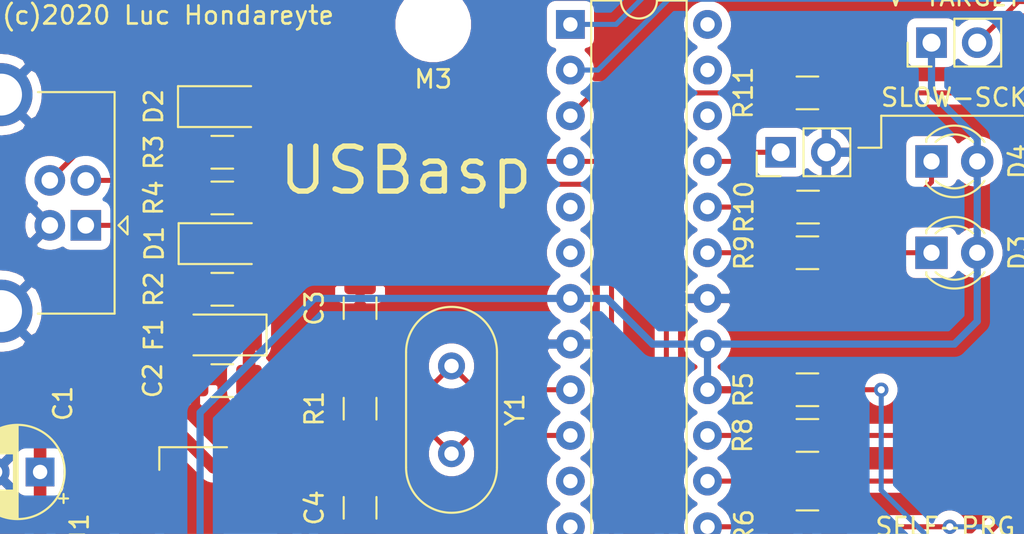
<source format=kicad_pcb>
(kicad_pcb (version 20171130) (host pcbnew "(5.1.6-0-10_14)")
  (layers (0 F.Cu signal hide) (31 B.Cu signal hide) (34 B.Paste user) (35 F.Paste user) (36 B.SilkS user) (37 F.SilkS user) (38 B.Mask user) (39 F.Mask user) (44 Edge.Cuts user hide))
  (net 0 "")
  (net 1 +5V)
  (net 2 GND)
  (net 3 /XTAL1)
  (net 4 /XTAL2)
  (net 5 +3V3)
  (net 6 "Net-(D1-Pad1)")
  (net 7 "Net-(D2-Pad1)")
  (net 8 /LED1)
  (net 9 /LED2)
  (net 10 "Net-(F1-Pad2)")
  (net 11 "Net-(J2-Pad1)")
  (net 12 "Net-(J2-Pad2)")
  (net 13 "Net-(J2-Pad4)")
  (net 14 "Net-(J2-Pad5)")
  (net 15 /PD0)
  (net 16 "Net-(J2-Pad7)")
  (net 17 /MISO)
  (net 18 /SLW-SCK)
  (net 19 /~RESET)
  (net 20 /DATA+)
  (net 21 /DATA-)
  (net 22 VCC)
  (net 23 /MOSI)
  (net 24 /SSIOC)
  (net 25 /SCK)
  (net 26 /PD1)
  (net 27 "Net-(D3-Pad1)")
  (net 28 "Net-(D4-Pad1)")
  (module Resistor_SMD:R_1206_3216Metric_Pad1.42x1.75mm_HandSolder (layer F.Cu) (at 151.892 47.244 180)
    (fp_text reference R10 (at 3.556 0 90) (layer F.SilkS))
    (fp_text value 470R)
    (fp_line (start -0.602064 -0.91) (end 0.602064 -0.91) (layer F.SilkS) (width 0.12))
    (fp_line (start -0.602064 0.91) (end 0.602064 0.91) (layer F.SilkS) (width 0.12))
    (pad 2 smd roundrect (at 1.4875 0 180) (size 1.425 1.75) (layers F.Cu F.Paste F.Mask) (roundrect_rratio 0.175439) (net 9 /LED2))
    (pad 1 smd roundrect (at -1.4875 0 180) (size 1.425 1.75) (layers F.Cu F.Paste F.Mask) (roundrect_rratio 0.175439) (net 28 "Net-(D4-Pad1)"))
  )
  (module Resistor_SMD:R_1206_3216Metric_Pad1.42x1.75mm_HandSolder (layer F.Cu) (at 125.4395 70.612)
    (fp_text reference R12 (at 3.556 0 90) (layer F.SilkS))
    (fp_text value 220k)
    (fp_line (start -0.602064 -0.91) (end 0.602064 -0.91) (layer F.SilkS) (width 0.12))
    (fp_line (start -0.602064 0.91) (end 0.602064 0.91) (layer F.SilkS) (width 0.12))
    (pad 2 smd roundrect (at 1.4875 0) (size 1.425 1.75) (layers F.Cu F.Paste F.Mask) (roundrect_rratio 0.175439) (net 2 GND))
    (pad 1 smd roundrect (at -1.4875 0) (size 1.425 1.75) (layers F.Cu F.Paste F.Mask) (roundrect_rratio 0.175439) (net 5 +3V3))
  )
  (module Connector_PinHeader_2.54mm:PinHeader_2x05_P2.54mm_Horizontal (layer F.Cu) (at 167.64 38.1)
    (fp_text reference J2 hide)
    (fp_text value UISP (at 1.524 12.446 180) (layer F.SilkS))
    (fp_line (start -1.27 -1.27) (end 0 -1.27) (layer F.SilkS) (width 0.12))
    (fp_line (start -1.27 0) (end -1.27 -1.27) (layer F.SilkS) (width 0.12))
    (fp_line (start 1.042929 10.54) (end 1.497071 10.54) (layer F.SilkS) (width 0.12))
    (fp_line (start 1.042929 9.78) (end 1.497071 9.78) (layer F.SilkS) (width 0.12))
    (fp_line (start 3.582929 10.54) (end 3.98 10.54) (layer F.SilkS) (width 0.12))
    (fp_line (start 3.582929 9.78) (end 3.98 9.78) (layer F.SilkS) (width 0.12))
    (fp_line (start 1.042929 8) (end 1.497071 8) (layer F.SilkS) (width 0.12))
    (fp_line (start 1.042929 7.24) (end 1.497071 7.24) (layer F.SilkS) (width 0.12))
    (fp_line (start 3.582929 8) (end 3.98 8) (layer F.SilkS) (width 0.12))
    (fp_line (start 3.582929 7.24) (end 3.98 7.24) (layer F.SilkS) (width 0.12))
    (fp_line (start 1.042929 5.46) (end 1.497071 5.46) (layer F.SilkS) (width 0.12))
    (fp_line (start 1.042929 4.7) (end 1.497071 4.7) (layer F.SilkS) (width 0.12))
    (fp_line (start 3.582929 5.46) (end 3.98 5.46) (layer F.SilkS) (width 0.12))
    (fp_line (start 3.582929 4.7) (end 3.98 4.7) (layer F.SilkS) (width 0.12))
    (fp_line (start 1.042929 2.92) (end 1.497071 2.92) (layer F.SilkS) (width 0.12))
    (fp_line (start 1.042929 2.16) (end 1.497071 2.16) (layer F.SilkS) (width 0.12))
    (fp_line (start 3.582929 2.92) (end 3.98 2.92) (layer F.SilkS) (width 0.12))
    (fp_line (start 3.582929 2.16) (end 3.98 2.16) (layer F.SilkS) (width 0.12))
    (fp_line (start 1.11 0.38) (end 1.497071 0.38) (layer F.SilkS) (width 0.12))
    (fp_line (start 1.11 -0.38) (end 1.497071 -0.38) (layer F.SilkS) (width 0.12))
    (fp_line (start 3.582929 0.38) (end 3.98 0.38) (layer F.SilkS) (width 0.12))
    (fp_line (start 3.582929 -0.38) (end 3.98 -0.38) (layer F.SilkS) (width 0.12))
    (pad 1 thru_hole rect (at 0 0) (size 1.7 1.7) (drill 1) (layers *.Cu *.Mask) (net 11 "Net-(J2-Pad1)"))
    (pad 2 thru_hole oval (at 2.54 0) (size 1.7 1.7) (drill 1) (layers *.Cu *.Mask) (net 12 "Net-(J2-Pad2)"))
    (pad 3 thru_hole oval (at 0 2.54) (size 1.7 1.7) (drill 1) (layers *.Cu *.Mask))
    (pad 4 thru_hole oval (at 2.54 2.54) (size 1.7 1.7) (drill 1) (layers *.Cu *.Mask) (net 13 "Net-(J2-Pad4)"))
    (pad 5 thru_hole oval (at 0 5.08) (size 1.7 1.7) (drill 1) (layers *.Cu *.Mask) (net 14 "Net-(J2-Pad5)"))
    (pad 6 thru_hole oval (at 2.54 5.08) (size 1.7 1.7) (drill 1) (layers *.Cu *.Mask) (net 15 /PD0))
    (pad 7 thru_hole oval (at 0 7.62) (size 1.7 1.7) (drill 1) (layers *.Cu *.Mask) (net 16 "Net-(J2-Pad7)"))
    (pad 8 thru_hole oval (at 2.54 7.62) (size 1.7 1.7) (drill 1) (layers *.Cu *.Mask) (net 2 GND))
    (pad 9 thru_hole oval (at 0 10.16) (size 1.7 1.7) (drill 1) (layers *.Cu *.Mask) (net 17 /MISO))
    (pad 10 thru_hole oval (at 2.54 10.16) (size 1.7 1.7) (drill 1) (layers *.Cu *.Mask) (net 2 GND))
  )
  (module Connector_USB:USB_B_OST_USB-B1HSxx_Horizontal (layer F.Cu) (at 111.76 48.26 180)
    (fp_text reference J1 hide)
    (fp_text value USB_B)
    (fp_line (start -2.32 0.5) (end -1.82 0) (layer F.SilkS) (width 0.12))
    (fp_line (start -2.32 -0.5) (end -2.32 0.5) (layer F.SilkS) (width 0.12))
    (fp_line (start -1.82 0) (end -2.32 -0.5) (layer F.SilkS) (width 0.12))
    (fp_line (start -1.6 7.41) (end 2.66 7.41) (layer F.SilkS) (width 0.12))
    (fp_line (start -1.6 -4.91) (end -1.6 7.41) (layer F.SilkS) (width 0.12))
    (fp_line (start 2.66 -4.91) (end -1.6 -4.91) (layer F.SilkS) (width 0.12))
    (pad 1 thru_hole rect (at 0 0 180) (size 1.7 1.7) (drill 0.92) (layers *.Cu *.Mask) (net 10 "Net-(F1-Pad2)"))
    (pad 2 thru_hole circle (at 0 2.5 180) (size 1.7 1.7) (drill 0.92) (layers *.Cu *.Mask) (net 6 "Net-(D1-Pad1)"))
    (pad 3 thru_hole circle (at 2 2.5 180) (size 1.7 1.7) (drill 0.92) (layers *.Cu *.Mask) (net 7 "Net-(D2-Pad1)"))
    (pad 4 thru_hole circle (at 2 0 180) (size 1.7 1.7) (drill 0.92) (layers *.Cu *.Mask) (net 2 GND))
    (pad 5 thru_hole circle (at 4.71 -4.77 180) (size 3.5 3.5) (drill 2.33) (layers *.Cu *.Mask) (net 2 GND))
    (pad 5 thru_hole circle (at 4.71 7.27 180) (size 3.5 3.5) (drill 2.33) (layers *.Cu *.Mask) (net 2 GND))
  )
  (module MountingHole:MountingHole_3.2mm_M3_Pad (layer F.Cu) (at 170.18 69.596)
    (fp_text reference H3 hide)
    (fp_text value M3 (at 0 -4.572) (layer F.SilkS))
    (pad 1 thru_hole circle (at 0 0) (size 6.4 6.4) (drill 3.2) (layers *.Cu *.Mask) (net 2 GND))
  )
  (module MountingHole:MountingHole_3.2mm_M3 (layer F.Cu) (at 131.064 37.084)
    (fp_text reference H2 hide)
    (fp_text value M3 (at 0 3.048) (layer F.SilkS))
    (pad "" np_thru_hole circle (at 0 0) (size 3.2 3.2) (drill 3.2) (layers *.Cu *.Mask))
  )
  (module MountingHole:MountingHole_3.2mm_M3 (layer F.Cu) (at 105.664 69.596)
    (fp_text reference H1 hide)
    (fp_text value M3 (at 3.302 0) (layer F.SilkS))
    (pad 1 np_thru_hole circle (at 0 0) (size 3.2 3.2) (drill 3.2) (layers *.Cu *.Mask))
  )
  (module Package_DIP:DIP-28_W7.62mm (layer F.Cu) (at 138.684 37.084)
    (fp_text reference U2 (at -2.54 33.02 90) (layer F.SilkS))
    (fp_text value ATmega88-20PU)
    (fp_line (start 6.46 -1.33) (end 4.81 -1.33) (layer F.SilkS) (width 0.12))
    (fp_line (start 6.46 34.35) (end 6.46 -1.33) (layer F.SilkS) (width 0.12))
    (fp_line (start 1.16 34.35) (end 6.46 34.35) (layer F.SilkS) (width 0.12))
    (fp_line (start 1.16 -1.33) (end 1.16 34.35) (layer F.SilkS) (width 0.12))
    (fp_line (start 2.81 -1.33) (end 1.16 -1.33) (layer F.SilkS) (width 0.12))
    (fp_arc (start 3.81 -1.33) (end 2.81 -1.33) (angle -180) (layer F.SilkS) (width 0.12))
    (pad 1 thru_hole rect (at 0 0) (size 1.6 1.6) (drill 0.8) (layers *.Cu *.Mask) (net 19 /~RESET))
    (pad 15 thru_hole oval (at 7.62 33.02) (size 1.6 1.6) (drill 0.8) (layers *.Cu *.Mask) (net 20 /DATA+))
    (pad 2 thru_hole oval (at 0 2.54) (size 1.6 1.6) (drill 0.8) (layers *.Cu *.Mask) (net 15 /PD0))
    (pad 16 thru_hole oval (at 7.62 30.48) (size 1.6 1.6) (drill 0.8) (layers *.Cu *.Mask) (net 24 /SSIOC))
    (pad 3 thru_hole oval (at 0 5.08) (size 1.6 1.6) (drill 0.8) (layers *.Cu *.Mask) (net 26 /PD1))
    (pad 17 thru_hole oval (at 7.62 27.94) (size 1.6 1.6) (drill 0.8) (layers *.Cu *.Mask) (net 23 /MOSI))
    (pad 4 thru_hole oval (at 0 7.62) (size 1.6 1.6) (drill 0.8) (layers *.Cu *.Mask) (net 20 /DATA+))
    (pad 18 thru_hole oval (at 7.62 25.4) (size 1.6 1.6) (drill 0.8) (layers *.Cu *.Mask) (net 17 /MISO))
    (pad 5 thru_hole oval (at 0 10.16) (size 1.6 1.6) (drill 0.8) (layers *.Cu *.Mask))
    (pad 19 thru_hole oval (at 7.62 22.86) (size 1.6 1.6) (drill 0.8) (layers *.Cu *.Mask) (net 25 /SCK))
    (pad 6 thru_hole oval (at 0 12.7) (size 1.6 1.6) (drill 0.8) (layers *.Cu *.Mask))
    (pad 20 thru_hole oval (at 7.62 20.32) (size 1.6 1.6) (drill 0.8) (layers *.Cu *.Mask) (net 22 VCC))
    (pad 7 thru_hole oval (at 0 15.24) (size 1.6 1.6) (drill 0.8) (layers *.Cu *.Mask) (net 22 VCC))
    (pad 21 thru_hole oval (at 7.62 17.78) (size 1.6 1.6) (drill 0.8) (layers *.Cu *.Mask) (net 22 VCC))
    (pad 8 thru_hole oval (at 0 17.78) (size 1.6 1.6) (drill 0.8) (layers *.Cu *.Mask) (net 2 GND))
    (pad 22 thru_hole oval (at 7.62 15.24) (size 1.6 1.6) (drill 0.8) (layers *.Cu *.Mask) (net 2 GND))
    (pad 9 thru_hole oval (at 0 20.32) (size 1.6 1.6) (drill 0.8) (layers *.Cu *.Mask) (net 3 /XTAL1))
    (pad 23 thru_hole oval (at 7.62 12.7) (size 1.6 1.6) (drill 0.8) (layers *.Cu *.Mask) (net 8 /LED1))
    (pad 10 thru_hole oval (at 0 22.86) (size 1.6 1.6) (drill 0.8) (layers *.Cu *.Mask) (net 4 /XTAL2))
    (pad 24 thru_hole oval (at 7.62 10.16) (size 1.6 1.6) (drill 0.8) (layers *.Cu *.Mask) (net 9 /LED2))
    (pad 11 thru_hole oval (at 0 25.4) (size 1.6 1.6) (drill 0.8) (layers *.Cu *.Mask))
    (pad 25 thru_hole oval (at 7.62 7.62) (size 1.6 1.6) (drill 0.8) (layers *.Cu *.Mask) (net 18 /SLW-SCK))
    (pad 12 thru_hole oval (at 0 27.94) (size 1.6 1.6) (drill 0.8) (layers *.Cu *.Mask))
    (pad 26 thru_hole oval (at 7.62 5.08) (size 1.6 1.6) (drill 0.8) (layers *.Cu *.Mask))
    (pad 13 thru_hole oval (at 0 30.48) (size 1.6 1.6) (drill 0.8) (layers *.Cu *.Mask))
    (pad 27 thru_hole oval (at 7.62 2.54) (size 1.6 1.6) (drill 0.8) (layers *.Cu *.Mask))
    (pad 14 thru_hole oval (at 0 33.02) (size 1.6 1.6) (drill 0.8) (layers *.Cu *.Mask) (net 21 /DATA-))
    (pad 28 thru_hole oval (at 7.62 0) (size 1.6 1.6) (drill 0.8) (layers *.Cu *.Mask))
  )
  (module Package_TO_SOT_SMD:SOT-223-3_TabPin2 (layer F.Cu) (at 117.754 64.008 180)
    (fp_text reference U1 (at 6.35 -1.27 90) (layer F.SilkS))
    (fp_text value AMS1117-3.3)
    (fp_line (start -4.1 -3.41) (end 1.91 -3.41) (layer F.SilkS) (width 0.12))
    (fp_line (start -1.85 3.41) (end 1.91 3.41) (layer F.SilkS) (width 0.12))
    (fp_line (start 1.91 -3.41) (end 1.91 -2.15) (layer F.SilkS) (width 0.12))
    (fp_line (start 1.91 3.41) (end 1.91 2.15) (layer F.SilkS) (width 0.12))
    (pad 2 smd rect (at 3.15 0 180) (size 2 3.8) (layers F.Cu F.Paste F.Mask) (net 5 +3V3))
    (pad 2 smd rect (at -3.15 0 180) (size 2 1.5) (layers F.Cu F.Paste F.Mask) (net 5 +3V3))
    (pad 3 smd rect (at -3.15 2.3 180) (size 2 1.5) (layers F.Cu F.Paste F.Mask) (net 1 +5V))
    (pad 1 smd rect (at -3.15 -2.3 180) (size 2 1.5) (layers F.Cu F.Paste F.Mask) (net 2 GND))
  )
  (module LED_THT:LED_D3.0mm_FlatTop (layer F.Cu) (at 158.75 44.704)
    (fp_text reference D4 (at 4.826 0 90) (layer F.SilkS))
    (fp_text value GREEN)
    (fp_line (start -0.29 -1.236) (end -0.29 -1.08) (layer F.SilkS) (width 0.12))
    (fp_line (start -0.29 1.08) (end -0.29 1.236) (layer F.SilkS) (width 0.12))
    (fp_arc (start 1.27 0) (end 0.229039 1.08) (angle -87.9) (layer F.SilkS) (width 0.12))
    (fp_arc (start 1.27 0) (end 0.229039 -1.08) (angle 87.9) (layer F.SilkS) (width 0.12))
    (fp_arc (start 1.27 0) (end -0.29 1.235516) (angle -108.8) (layer F.SilkS) (width 0.12))
    (fp_arc (start 1.27 0) (end -0.29 -1.235516) (angle 108.8) (layer F.SilkS) (width 0.12))
    (pad 2 thru_hole circle (at 2.54 0) (size 1.8 1.8) (drill 0.9) (layers *.Cu *.Mask) (net 22 VCC))
    (pad 1 thru_hole rect (at 0 0) (size 1.8 1.8) (drill 0.9) (layers *.Cu *.Mask) (net 28 "Net-(D4-Pad1)"))
  )
  (module Connector_PinHeader_2.54mm:PinHeader_1x02_P2.54mm_Vertical (layer F.Cu) (at 158.75 38.1 90)
    (fp_text reference SW2 hide)
    (fp_text value V-TARGET (at 2.54 1.27 180) (layer F.SilkS))
    (fp_line (start -1.33 3.87) (end 1.33 3.87) (layer F.SilkS) (width 0.12))
    (fp_line (start -1.33 1.27) (end -1.33 3.87) (layer F.SilkS) (width 0.12))
    (fp_line (start 1.33 1.27) (end 1.33 3.87) (layer F.SilkS) (width 0.12))
    (fp_line (start -1.33 1.27) (end 1.33 1.27) (layer F.SilkS) (width 0.12))
    (fp_line (start -1.33 0) (end -1.33 -1.33) (layer F.SilkS) (width 0.12))
    (fp_line (start -1.33 -1.33) (end 0 -1.33) (layer F.SilkS) (width 0.12))
    (pad 2 thru_hole oval (at 0 2.54 90) (size 1.7 1.7) (drill 1) (layers *.Cu *.Mask) (net 12 "Net-(J2-Pad2)"))
    (pad 1 thru_hole rect (at 0 0 90) (size 1.7 1.7) (drill 1) (layers *.Cu *.Mask) (net 22 VCC))
  )
  (module Connector_PinHeader_2.54mm:PinHeader_1x03_P2.54mm_Vertical (layer F.Cu) (at 120.65 70.104 270)
    (fp_text reference SW1 hide)
    (fp_text value 5V-3V3 (at 2.032 2.54 180) (layer F.SilkS))
    (fp_line (start -1.33 6.41) (end 1.33 6.41) (layer F.SilkS) (width 0.12))
    (fp_line (start -1.33 1.27) (end -1.33 6.41) (layer F.SilkS) (width 0.12))
    (fp_line (start 1.33 1.27) (end 1.33 6.41) (layer F.SilkS) (width 0.12))
    (fp_line (start -1.33 1.27) (end 1.33 1.27) (layer F.SilkS) (width 0.12))
    (fp_line (start -1.33 0) (end -1.33 -1.33) (layer F.SilkS) (width 0.12))
    (fp_line (start -1.33 -1.33) (end 0 -1.33) (layer F.SilkS) (width 0.12))
    (pad 3 thru_hole oval (at 0 5.08 270) (size 1.7 1.7) (drill 1) (layers *.Cu *.Mask) (net 5 +3V3))
    (pad 2 thru_hole oval (at 0 2.54 270) (size 1.7 1.7) (drill 1) (layers *.Cu *.Mask) (net 22 VCC))
    (pad 1 thru_hole rect (at 0 0 270) (size 1.7 1.7) (drill 1) (layers *.Cu *.Mask) (net 1 +5V))
  )
  (module Connector_PinHeader_2.54mm:PinHeader_1x02_P2.54mm_Vertical (layer F.Cu) (at 160.528 67.564 270)
    (fp_text reference J4 hide)
    (fp_text value SELF-PRG (at -2.54 1.016 180) (layer F.SilkS))
    (fp_line (start -1.33 3.87) (end 1.33 3.87) (layer F.SilkS) (width 0.12))
    (fp_line (start -1.33 1.27) (end -1.33 3.87) (layer F.SilkS) (width 0.12))
    (fp_line (start 1.33 1.27) (end 1.33 3.87) (layer F.SilkS) (width 0.12))
    (fp_line (start -1.33 1.27) (end 1.33 1.27) (layer F.SilkS) (width 0.12))
    (fp_line (start -1.33 0) (end -1.33 -1.33) (layer F.SilkS) (width 0.12))
    (fp_line (start -1.33 -1.33) (end 0 -1.33) (layer F.SilkS) (width 0.12))
    (pad 2 thru_hole oval (at 0 2.54 270) (size 1.7 1.7) (drill 1) (layers *.Cu *.Mask) (net 14 "Net-(J2-Pad5)"))
    (pad 1 thru_hole rect (at 0 0 270) (size 1.7 1.7) (drill 1) (layers *.Cu *.Mask) (net 19 /~RESET))
  )
  (module Connector_PinHeader_2.54mm:PinHeader_1x02_P2.54mm_Vertical (layer F.Cu) (at 150.368 44.196 90)
    (fp_text reference J3 hide)
    (fp_text value SLOW-SCK (at 3.048 9.652 180) (layer F.SilkS))
    (fp_line (start -1.33 3.87) (end 1.33 3.87) (layer F.SilkS) (width 0.12))
    (fp_line (start -1.33 1.27) (end -1.33 3.87) (layer F.SilkS) (width 0.12))
    (fp_line (start 1.33 1.27) (end 1.33 3.87) (layer F.SilkS) (width 0.12))
    (fp_line (start -1.33 1.27) (end 1.33 1.27) (layer F.SilkS) (width 0.12))
    (fp_line (start -1.33 0) (end -1.33 -1.33) (layer F.SilkS) (width 0.12))
    (fp_line (start -1.33 -1.33) (end 0 -1.33) (layer F.SilkS) (width 0.12))
    (pad 2 thru_hole oval (at 0 2.54 90) (size 1.7 1.7) (drill 1) (layers *.Cu *.Mask) (net 2 GND))
    (pad 1 thru_hole rect (at 0 0 90) (size 1.7 1.7) (drill 1) (layers *.Cu *.Mask) (net 18 /SLW-SCK))
  )
  (module Diode_SMD:D_1206_3216Metric_Pad1.42x1.75mm_HandSolder (layer F.Cu) (at 119.3435 54.356 180)
    (fp_text reference F1 (at 3.81 0 90) (layer F.SilkS))
    (fp_text value 500mA)
    (fp_line (start 1.6 -1.135) (end -2.46 -1.135) (layer F.SilkS) (width 0.12))
    (fp_line (start -2.46 -1.135) (end -2.46 1.135) (layer F.SilkS) (width 0.12))
    (fp_line (start -2.46 1.135) (end 1.6 1.135) (layer F.SilkS) (width 0.12))
    (pad 2 smd roundrect (at 1.4875 0 180) (size 1.425 1.75) (layers F.Cu F.Paste F.Mask) (roundrect_rratio 0.175439) (net 10 "Net-(F1-Pad2)"))
    (pad 1 smd roundrect (at -1.4875 0 180) (size 1.425 1.75) (layers F.Cu F.Paste F.Mask) (roundrect_rratio 0.175439) (net 1 +5V))
  )
  (module Capacitor_THT:CP_Radial_D5.0mm_P2.50mm (layer F.Cu) (at 109.22 61.976 180)
    (fp_text reference C1 (at -1.27 3.81 90) (layer F.SilkS))
    (fp_text value 47u)
    (fp_line (start -1.304775 -1.725) (end -1.304775 -1.225) (layer F.SilkS) (width 0.12))
    (fp_line (start -1.554775 -1.475) (end -1.054775 -1.475) (layer F.SilkS) (width 0.12))
    (fp_line (start 3.851 -0.284) (end 3.851 0.284) (layer F.SilkS) (width 0.12))
    (fp_line (start 3.811 -0.518) (end 3.811 0.518) (layer F.SilkS) (width 0.12))
    (fp_line (start 3.771 -0.677) (end 3.771 0.677) (layer F.SilkS) (width 0.12))
    (fp_line (start 3.731 -0.805) (end 3.731 0.805) (layer F.SilkS) (width 0.12))
    (fp_line (start 3.691 -0.915) (end 3.691 0.915) (layer F.SilkS) (width 0.12))
    (fp_line (start 3.651 -1.011) (end 3.651 1.011) (layer F.SilkS) (width 0.12))
    (fp_line (start 3.611 -1.098) (end 3.611 1.098) (layer F.SilkS) (width 0.12))
    (fp_line (start 3.571 -1.178) (end 3.571 1.178) (layer F.SilkS) (width 0.12))
    (fp_line (start 3.531 1.04) (end 3.531 1.251) (layer F.SilkS) (width 0.12))
    (fp_line (start 3.531 -1.251) (end 3.531 -1.04) (layer F.SilkS) (width 0.12))
    (fp_line (start 3.491 1.04) (end 3.491 1.319) (layer F.SilkS) (width 0.12))
    (fp_line (start 3.491 -1.319) (end 3.491 -1.04) (layer F.SilkS) (width 0.12))
    (fp_line (start 3.451 1.04) (end 3.451 1.383) (layer F.SilkS) (width 0.12))
    (fp_line (start 3.451 -1.383) (end 3.451 -1.04) (layer F.SilkS) (width 0.12))
    (fp_line (start 3.411 1.04) (end 3.411 1.443) (layer F.SilkS) (width 0.12))
    (fp_line (start 3.411 -1.443) (end 3.411 -1.04) (layer F.SilkS) (width 0.12))
    (fp_line (start 3.371 1.04) (end 3.371 1.5) (layer F.SilkS) (width 0.12))
    (fp_line (start 3.371 -1.5) (end 3.371 -1.04) (layer F.SilkS) (width 0.12))
    (fp_line (start 3.331 1.04) (end 3.331 1.554) (layer F.SilkS) (width 0.12))
    (fp_line (start 3.331 -1.554) (end 3.331 -1.04) (layer F.SilkS) (width 0.12))
    (fp_line (start 3.291 1.04) (end 3.291 1.605) (layer F.SilkS) (width 0.12))
    (fp_line (start 3.291 -1.605) (end 3.291 -1.04) (layer F.SilkS) (width 0.12))
    (fp_line (start 3.251 1.04) (end 3.251 1.653) (layer F.SilkS) (width 0.12))
    (fp_line (start 3.251 -1.653) (end 3.251 -1.04) (layer F.SilkS) (width 0.12))
    (fp_line (start 3.211 1.04) (end 3.211 1.699) (layer F.SilkS) (width 0.12))
    (fp_line (start 3.211 -1.699) (end 3.211 -1.04) (layer F.SilkS) (width 0.12))
    (fp_line (start 3.171 1.04) (end 3.171 1.743) (layer F.SilkS) (width 0.12))
    (fp_line (start 3.171 -1.743) (end 3.171 -1.04) (layer F.SilkS) (width 0.12))
    (fp_line (start 3.131 1.04) (end 3.131 1.785) (layer F.SilkS) (width 0.12))
    (fp_line (start 3.131 -1.785) (end 3.131 -1.04) (layer F.SilkS) (width 0.12))
    (fp_line (start 3.091 1.04) (end 3.091 1.826) (layer F.SilkS) (width 0.12))
    (fp_line (start 3.091 -1.826) (end 3.091 -1.04) (layer F.SilkS) (width 0.12))
    (fp_line (start 3.051 1.04) (end 3.051 1.864) (layer F.SilkS) (width 0.12))
    (fp_line (start 3.051 -1.864) (end 3.051 -1.04) (layer F.SilkS) (width 0.12))
    (fp_line (start 3.011 1.04) (end 3.011 1.901) (layer F.SilkS) (width 0.12))
    (fp_line (start 3.011 -1.901) (end 3.011 -1.04) (layer F.SilkS) (width 0.12))
    (fp_line (start 2.971 1.04) (end 2.971 1.937) (layer F.SilkS) (width 0.12))
    (fp_line (start 2.971 -1.937) (end 2.971 -1.04) (layer F.SilkS) (width 0.12))
    (fp_line (start 2.931 1.04) (end 2.931 1.971) (layer F.SilkS) (width 0.12))
    (fp_line (start 2.931 -1.971) (end 2.931 -1.04) (layer F.SilkS) (width 0.12))
    (fp_line (start 2.891 1.04) (end 2.891 2.004) (layer F.SilkS) (width 0.12))
    (fp_line (start 2.891 -2.004) (end 2.891 -1.04) (layer F.SilkS) (width 0.12))
    (fp_line (start 2.851 1.04) (end 2.851 2.035) (layer F.SilkS) (width 0.12))
    (fp_line (start 2.851 -2.035) (end 2.851 -1.04) (layer F.SilkS) (width 0.12))
    (fp_line (start 2.811 1.04) (end 2.811 2.065) (layer F.SilkS) (width 0.12))
    (fp_line (start 2.811 -2.065) (end 2.811 -1.04) (layer F.SilkS) (width 0.12))
    (fp_line (start 2.771 1.04) (end 2.771 2.095) (layer F.SilkS) (width 0.12))
    (fp_line (start 2.771 -2.095) (end 2.771 -1.04) (layer F.SilkS) (width 0.12))
    (fp_line (start 2.731 1.04) (end 2.731 2.122) (layer F.SilkS) (width 0.12))
    (fp_line (start 2.731 -2.122) (end 2.731 -1.04) (layer F.SilkS) (width 0.12))
    (fp_line (start 2.691 1.04) (end 2.691 2.149) (layer F.SilkS) (width 0.12))
    (fp_line (start 2.691 -2.149) (end 2.691 -1.04) (layer F.SilkS) (width 0.12))
    (fp_line (start 2.651 1.04) (end 2.651 2.175) (layer F.SilkS) (width 0.12))
    (fp_line (start 2.651 -2.175) (end 2.651 -1.04) (layer F.SilkS) (width 0.12))
    (fp_line (start 2.611 1.04) (end 2.611 2.2) (layer F.SilkS) (width 0.12))
    (fp_line (start 2.611 -2.2) (end 2.611 -1.04) (layer F.SilkS) (width 0.12))
    (fp_line (start 2.571 1.04) (end 2.571 2.224) (layer F.SilkS) (width 0.12))
    (fp_line (start 2.571 -2.224) (end 2.571 -1.04) (layer F.SilkS) (width 0.12))
    (fp_line (start 2.531 1.04) (end 2.531 2.247) (layer F.SilkS) (width 0.12))
    (fp_line (start 2.531 -2.247) (end 2.531 -1.04) (layer F.SilkS) (width 0.12))
    (fp_line (start 2.491 1.04) (end 2.491 2.268) (layer F.SilkS) (width 0.12))
    (fp_line (start 2.491 -2.268) (end 2.491 -1.04) (layer F.SilkS) (width 0.12))
    (fp_line (start 2.451 1.04) (end 2.451 2.29) (layer F.SilkS) (width 0.12))
    (fp_line (start 2.451 -2.29) (end 2.451 -1.04) (layer F.SilkS) (width 0.12))
    (fp_line (start 2.411 1.04) (end 2.411 2.31) (layer F.SilkS) (width 0.12))
    (fp_line (start 2.411 -2.31) (end 2.411 -1.04) (layer F.SilkS) (width 0.12))
    (fp_line (start 2.371 1.04) (end 2.371 2.329) (layer F.SilkS) (width 0.12))
    (fp_line (start 2.371 -2.329) (end 2.371 -1.04) (layer F.SilkS) (width 0.12))
    (fp_line (start 2.331 1.04) (end 2.331 2.348) (layer F.SilkS) (width 0.12))
    (fp_line (start 2.331 -2.348) (end 2.331 -1.04) (layer F.SilkS) (width 0.12))
    (fp_line (start 2.291 1.04) (end 2.291 2.365) (layer F.SilkS) (width 0.12))
    (fp_line (start 2.291 -2.365) (end 2.291 -1.04) (layer F.SilkS) (width 0.12))
    (fp_line (start 2.251 1.04) (end 2.251 2.382) (layer F.SilkS) (width 0.12))
    (fp_line (start 2.251 -2.382) (end 2.251 -1.04) (layer F.SilkS) (width 0.12))
    (fp_line (start 2.211 1.04) (end 2.211 2.398) (layer F.SilkS) (width 0.12))
    (fp_line (start 2.211 -2.398) (end 2.211 -1.04) (layer F.SilkS) (width 0.12))
    (fp_line (start 2.171 1.04) (end 2.171 2.414) (layer F.SilkS) (width 0.12))
    (fp_line (start 2.171 -2.414) (end 2.171 -1.04) (layer F.SilkS) (width 0.12))
    (fp_line (start 2.131 1.04) (end 2.131 2.428) (layer F.SilkS) (width 0.12))
    (fp_line (start 2.131 -2.428) (end 2.131 -1.04) (layer F.SilkS) (width 0.12))
    (fp_line (start 2.091 1.04) (end 2.091 2.442) (layer F.SilkS) (width 0.12))
    (fp_line (start 2.091 -2.442) (end 2.091 -1.04) (layer F.SilkS) (width 0.12))
    (fp_line (start 2.051 1.04) (end 2.051 2.455) (layer F.SilkS) (width 0.12))
    (fp_line (start 2.051 -2.455) (end 2.051 -1.04) (layer F.SilkS) (width 0.12))
    (fp_line (start 2.011 1.04) (end 2.011 2.468) (layer F.SilkS) (width 0.12))
    (fp_line (start 2.011 -2.468) (end 2.011 -1.04) (layer F.SilkS) (width 0.12))
    (fp_line (start 1.971 1.04) (end 1.971 2.48) (layer F.SilkS) (width 0.12))
    (fp_line (start 1.971 -2.48) (end 1.971 -1.04) (layer F.SilkS) (width 0.12))
    (fp_line (start 1.93 1.04) (end 1.93 2.491) (layer F.SilkS) (width 0.12))
    (fp_line (start 1.93 -2.491) (end 1.93 -1.04) (layer F.SilkS) (width 0.12))
    (fp_line (start 1.89 1.04) (end 1.89 2.501) (layer F.SilkS) (width 0.12))
    (fp_line (start 1.89 -2.501) (end 1.89 -1.04) (layer F.SilkS) (width 0.12))
    (fp_line (start 1.85 1.04) (end 1.85 2.511) (layer F.SilkS) (width 0.12))
    (fp_line (start 1.85 -2.511) (end 1.85 -1.04) (layer F.SilkS) (width 0.12))
    (fp_line (start 1.81 1.04) (end 1.81 2.52) (layer F.SilkS) (width 0.12))
    (fp_line (start 1.81 -2.52) (end 1.81 -1.04) (layer F.SilkS) (width 0.12))
    (fp_line (start 1.77 1.04) (end 1.77 2.528) (layer F.SilkS) (width 0.12))
    (fp_line (start 1.77 -2.528) (end 1.77 -1.04) (layer F.SilkS) (width 0.12))
    (fp_line (start 1.73 1.04) (end 1.73 2.536) (layer F.SilkS) (width 0.12))
    (fp_line (start 1.73 -2.536) (end 1.73 -1.04) (layer F.SilkS) (width 0.12))
    (fp_line (start 1.69 1.04) (end 1.69 2.543) (layer F.SilkS) (width 0.12))
    (fp_line (start 1.69 -2.543) (end 1.69 -1.04) (layer F.SilkS) (width 0.12))
    (fp_line (start 1.65 1.04) (end 1.65 2.55) (layer F.SilkS) (width 0.12))
    (fp_line (start 1.65 -2.55) (end 1.65 -1.04) (layer F.SilkS) (width 0.12))
    (fp_line (start 1.61 1.04) (end 1.61 2.556) (layer F.SilkS) (width 0.12))
    (fp_line (start 1.61 -2.556) (end 1.61 -1.04) (layer F.SilkS) (width 0.12))
    (fp_line (start 1.57 1.04) (end 1.57 2.561) (layer F.SilkS) (width 0.12))
    (fp_line (start 1.57 -2.561) (end 1.57 -1.04) (layer F.SilkS) (width 0.12))
    (fp_line (start 1.53 1.04) (end 1.53 2.565) (layer F.SilkS) (width 0.12))
    (fp_line (start 1.53 -2.565) (end 1.53 -1.04) (layer F.SilkS) (width 0.12))
    (fp_line (start 1.49 1.04) (end 1.49 2.569) (layer F.SilkS) (width 0.12))
    (fp_line (start 1.49 -2.569) (end 1.49 -1.04) (layer F.SilkS) (width 0.12))
    (fp_line (start 1.45 -2.573) (end 1.45 2.573) (layer F.SilkS) (width 0.12))
    (fp_line (start 1.41 -2.576) (end 1.41 2.576) (layer F.SilkS) (width 0.12))
    (fp_line (start 1.37 -2.578) (end 1.37 2.578) (layer F.SilkS) (width 0.12))
    (fp_line (start 1.33 -2.579) (end 1.33 2.579) (layer F.SilkS) (width 0.12))
    (fp_line (start 1.29 -2.58) (end 1.29 2.58) (layer F.SilkS) (width 0.12))
    (fp_line (start 1.25 -2.58) (end 1.25 2.58) (layer F.SilkS) (width 0.12))
    (fp_circle (center 1.25 0) (end 3.87 0) (layer F.SilkS) (width 0.12))
    (pad 1 thru_hole rect (at 0 0 180) (size 1.6 1.6) (drill 0.8) (layers *.Cu *.Mask) (net 1 +5V))
    (pad 2 thru_hole circle (at 2.5 0 180) (size 1.6 1.6) (drill 0.8) (layers *.Cu *.Mask) (net 2 GND))
  )
  (module Capacitor_SMD:C_1206_3216Metric_Pad1.42x1.75mm_HandSolder (layer F.Cu) (at 119.3435 56.896)
    (fp_text reference C2 (at -3.865001 0 270) (layer F.SilkS))
    (fp_text value 100n)
    (fp_line (start -0.602064 0.91) (end 0.602064 0.91) (layer F.SilkS) (width 0.12))
    (fp_line (start -0.602064 -0.91) (end 0.602064 -0.91) (layer F.SilkS) (width 0.12))
    (pad 1 smd roundrect (at -1.4875 0) (size 1.425 1.75) (layers F.Cu F.Paste F.Mask) (roundrect_rratio 0.175439) (net 2 GND))
    (pad 2 smd roundrect (at 1.4875 0) (size 1.425 1.75) (layers F.Cu F.Paste F.Mask) (roundrect_rratio 0.175439) (net 1 +5V))
  )
  (module Capacitor_SMD:C_1206_3216Metric_Pad1.42x1.75mm_HandSolder (layer F.Cu) (at 127 52.8685 270)
    (fp_text reference C3 (at 0 2.54 90) (layer F.SilkS))
    (fp_text value 22p)
    (fp_line (start -0.602064 0.91) (end 0.602064 0.91) (layer F.SilkS) (width 0.12))
    (fp_line (start -0.602064 -0.91) (end 0.602064 -0.91) (layer F.SilkS) (width 0.12))
    (pad 1 smd roundrect (at -1.4875 0 270) (size 1.425 1.75) (layers F.Cu F.Paste F.Mask) (roundrect_rratio 0.175439) (net 2 GND))
    (pad 2 smd roundrect (at 1.4875 0 270) (size 1.425 1.75) (layers F.Cu F.Paste F.Mask) (roundrect_rratio 0.175439) (net 3 /XTAL1))
  )
  (module Capacitor_SMD:C_1206_3216Metric_Pad1.42x1.75mm_HandSolder (layer F.Cu) (at 127 63.9715 90)
    (fp_text reference C4 (at 0 -2.54 90) (layer F.SilkS))
    (fp_text value 22p)
    (fp_line (start -0.602064 -0.91) (end 0.602064 -0.91) (layer F.SilkS) (width 0.12))
    (fp_line (start -0.602064 0.91) (end 0.602064 0.91) (layer F.SilkS) (width 0.12))
    (pad 2 smd roundrect (at 1.4875 0 90) (size 1.425 1.75) (layers F.Cu F.Paste F.Mask) (roundrect_rratio 0.175439) (net 4 /XTAL2))
    (pad 1 smd roundrect (at -1.4875 0 90) (size 1.425 1.75) (layers F.Cu F.Paste F.Mask) (roundrect_rratio 0.175439) (net 2 GND))
  )
  (module Capacitor_SMD:C_1206_3216Metric_Pad1.42x1.75mm_HandSolder (layer F.Cu) (at 125.4395 68.072 180)
    (fp_text reference C5 (at -3.556 0 90) (layer F.SilkS))
    (fp_text value 100n)
    (fp_line (start -0.602064 -0.91) (end 0.602064 -0.91) (layer F.SilkS) (width 0.12))
    (fp_line (start -0.602064 0.91) (end 0.602064 0.91) (layer F.SilkS) (width 0.12))
    (pad 2 smd roundrect (at 1.4875 0 180) (size 1.425 1.75) (layers F.Cu F.Paste F.Mask) (roundrect_rratio 0.175439) (net 5 +3V3))
    (pad 1 smd roundrect (at -1.4875 0 180) (size 1.425 1.75) (layers F.Cu F.Paste F.Mask) (roundrect_rratio 0.175439) (net 2 GND))
  )
  (module Diode_SMD:D_1206_3216Metric_Pad1.42x1.75mm_HandSolder (layer F.Cu) (at 119.38 49.276)
    (fp_text reference D1 (at -3.81 0 90) (layer F.SilkS))
    (fp_text value 3v6)
    (fp_line (start -2.46 1.135) (end 1.6 1.135) (layer F.SilkS) (width 0.12))
    (fp_line (start -2.46 -1.135) (end -2.46 1.135) (layer F.SilkS) (width 0.12))
    (fp_line (start 1.6 -1.135) (end -2.46 -1.135) (layer F.SilkS) (width 0.12))
    (pad 1 smd roundrect (at -1.4875 0) (size 1.425 1.75) (layers F.Cu F.Paste F.Mask) (roundrect_rratio 0.175439) (net 6 "Net-(D1-Pad1)"))
    (pad 2 smd roundrect (at 1.4875 0) (size 1.425 1.75) (layers F.Cu F.Paste F.Mask) (roundrect_rratio 0.175439) (net 2 GND))
  )
  (module Diode_SMD:D_1206_3216Metric_Pad1.42x1.75mm_HandSolder (layer F.Cu) (at 119.3435 41.656)
    (fp_text reference D2 (at -3.81 0 90) (layer F.SilkS))
    (fp_text value 3v6)
    (fp_line (start 1.6 -1.135) (end -2.46 -1.135) (layer F.SilkS) (width 0.12))
    (fp_line (start -2.46 -1.135) (end -2.46 1.135) (layer F.SilkS) (width 0.12))
    (fp_line (start -2.46 1.135) (end 1.6 1.135) (layer F.SilkS) (width 0.12))
    (pad 2 smd roundrect (at 1.4875 0) (size 1.425 1.75) (layers F.Cu F.Paste F.Mask) (roundrect_rratio 0.175439) (net 2 GND))
    (pad 1 smd roundrect (at -1.4875 0) (size 1.425 1.75) (layers F.Cu F.Paste F.Mask) (roundrect_rratio 0.175439) (net 7 "Net-(D2-Pad1)"))
  )
  (module LED_THT:LED_D3.0mm_FlatTop (layer F.Cu) (at 158.75 49.784)
    (fp_text reference D3 (at 4.826 0 90) (layer F.SilkS))
    (fp_text value RED)
    (fp_line (start -0.29 1.08) (end -0.29 1.236) (layer F.SilkS) (width 0.12))
    (fp_line (start -0.29 -1.236) (end -0.29 -1.08) (layer F.SilkS) (width 0.12))
    (fp_arc (start 1.27 0) (end -0.29 -1.235516) (angle 108.8) (layer F.SilkS) (width 0.12))
    (fp_arc (start 1.27 0) (end -0.29 1.235516) (angle -108.8) (layer F.SilkS) (width 0.12))
    (fp_arc (start 1.27 0) (end 0.229039 -1.08) (angle 87.9) (layer F.SilkS) (width 0.12))
    (fp_arc (start 1.27 0) (end 0.229039 1.08) (angle -87.9) (layer F.SilkS) (width 0.12))
    (pad 1 thru_hole rect (at 0 0) (size 1.8 1.8) (drill 0.9) (layers *.Cu *.Mask) (net 27 "Net-(D3-Pad1)"))
    (pad 2 thru_hole circle (at 2.54 0) (size 1.8 1.8) (drill 0.9) (layers *.Cu *.Mask) (net 22 VCC))
  )
  (module Resistor_SMD:R_1206_3216Metric_Pad1.42x1.75mm_HandSolder (layer F.Cu) (at 127 58.4565 270)
    (fp_text reference R1 (at 0 2.54 90) (layer F.SilkS))
    (fp_text value 1M)
    (fp_line (start -0.602064 0.91) (end 0.602064 0.91) (layer F.SilkS) (width 0.12))
    (fp_line (start -0.602064 -0.91) (end 0.602064 -0.91) (layer F.SilkS) (width 0.12))
    (pad 1 smd roundrect (at -1.4875 0 270) (size 1.425 1.75) (layers F.Cu F.Paste F.Mask) (roundrect_rratio 0.175439) (net 3 /XTAL1))
    (pad 2 smd roundrect (at 1.4875 0 270) (size 1.425 1.75) (layers F.Cu F.Paste F.Mask) (roundrect_rratio 0.175439) (net 4 /XTAL2))
  )
  (module Resistor_SMD:R_1206_3216Metric_Pad1.42x1.75mm_HandSolder (layer F.Cu) (at 119.3435 51.816 180)
    (fp_text reference R2 (at 3.81 0 90) (layer F.SilkS))
    (fp_text value 2k2)
    (fp_line (start -0.602064 -0.91) (end 0.602064 -0.91) (layer F.SilkS) (width 0.12))
    (fp_line (start -0.602064 0.91) (end 0.602064 0.91) (layer F.SilkS) (width 0.12))
    (pad 2 smd roundrect (at 1.4875 0 180) (size 1.425 1.75) (layers F.Cu F.Paste F.Mask) (roundrect_rratio 0.175439) (net 6 "Net-(D1-Pad1)"))
    (pad 1 smd roundrect (at -1.4875 0 180) (size 1.425 1.75) (layers F.Cu F.Paste F.Mask) (roundrect_rratio 0.175439) (net 1 +5V))
  )
  (module Resistor_SMD:R_1206_3216Metric_Pad1.42x1.75mm_HandSolder (layer F.Cu) (at 119.3435 44.196)
    (fp_text reference R3 (at -3.81 0 90) (layer F.SilkS))
    (fp_text value 68R)
    (fp_line (start -0.602064 -0.91) (end 0.602064 -0.91) (layer F.SilkS) (width 0.12))
    (fp_line (start -0.602064 0.91) (end 0.602064 0.91) (layer F.SilkS) (width 0.12))
    (pad 2 smd roundrect (at 1.4875 0) (size 1.425 1.75) (layers F.Cu F.Paste F.Mask) (roundrect_rratio 0.175439) (net 20 /DATA+))
    (pad 1 smd roundrect (at -1.4875 0) (size 1.425 1.75) (layers F.Cu F.Paste F.Mask) (roundrect_rratio 0.175439) (net 7 "Net-(D2-Pad1)"))
  )
  (module Resistor_SMD:R_1206_3216Metric_Pad1.42x1.75mm_HandSolder (layer F.Cu) (at 119.3435 46.736)
    (fp_text reference R4 (at -3.81 0 90) (layer F.SilkS))
    (fp_text value 68R)
    (fp_line (start -0.602064 0.91) (end 0.602064 0.91) (layer F.SilkS) (width 0.12))
    (fp_line (start -0.602064 -0.91) (end 0.602064 -0.91) (layer F.SilkS) (width 0.12))
    (pad 1 smd roundrect (at -1.4875 0) (size 1.425 1.75) (layers F.Cu F.Paste F.Mask) (roundrect_rratio 0.175439) (net 6 "Net-(D1-Pad1)"))
    (pad 2 smd roundrect (at 1.4875 0) (size 1.425 1.75) (layers F.Cu F.Paste F.Mask) (roundrect_rratio 0.175439) (net 21 /DATA-))
  )
  (module Resistor_SMD:R_1206_3216Metric_Pad1.42x1.75mm_HandSolder (layer F.Cu) (at 151.8555 57.404)
    (fp_text reference R5 (at -3.556 0 90) (layer F.SilkS))
    (fp_text value 10k)
    (fp_line (start -0.602064 0.91) (end 0.602064 0.91) (layer F.SilkS) (width 0.12))
    (fp_line (start -0.602064 -0.91) (end 0.602064 -0.91) (layer F.SilkS) (width 0.12))
    (pad 1 smd roundrect (at -1.4875 0) (size 1.425 1.75) (layers F.Cu F.Paste F.Mask) (roundrect_rratio 0.175439) (net 22 VCC))
    (pad 2 smd roundrect (at 1.4875 0) (size 1.425 1.75) (layers F.Cu F.Paste F.Mask) (roundrect_rratio 0.175439) (net 19 /~RESET))
  )
  (module Resistor_SMD:R_1206_3216Metric_Pad1.42x1.75mm_HandSolder (layer F.Cu) (at 151.8555 65.024 180)
    (fp_text reference R6 (at 3.5195 0 90) (layer F.SilkS))
    (fp_text value 270R)
    (fp_line (start -0.602064 0.91) (end 0.602064 0.91) (layer F.SilkS) (width 0.12))
    (fp_line (start -0.602064 -0.91) (end 0.602064 -0.91) (layer F.SilkS) (width 0.12))
    (pad 1 smd roundrect (at -1.4875 0 180) (size 1.425 1.75) (layers F.Cu F.Paste F.Mask) (roundrect_rratio 0.175439) (net 11 "Net-(J2-Pad1)"))
    (pad 2 smd roundrect (at 1.4875 0 180) (size 1.425 1.75) (layers F.Cu F.Paste F.Mask) (roundrect_rratio 0.175439) (net 23 /MOSI))
  )
  (module Resistor_SMD:R_1206_3216Metric_Pad1.42x1.75mm_HandSolder (layer F.Cu) (at 151.8555 67.564 180)
    (fp_text reference R7 (at 3.5195 0 90) (layer F.SilkS))
    (fp_text value 270R)
    (fp_line (start -0.602064 -0.91) (end 0.602064 -0.91) (layer F.SilkS) (width 0.12))
    (fp_line (start -0.602064 0.91) (end 0.602064 0.91) (layer F.SilkS) (width 0.12))
    (pad 2 smd roundrect (at 1.4875 0 180) (size 1.425 1.75) (layers F.Cu F.Paste F.Mask) (roundrect_rratio 0.175439) (net 24 /SSIOC))
    (pad 1 smd roundrect (at -1.4875 0 180) (size 1.425 1.75) (layers F.Cu F.Paste F.Mask) (roundrect_rratio 0.175439) (net 14 "Net-(J2-Pad5)"))
  )
  (module Resistor_SMD:R_1206_3216Metric_Pad1.42x1.75mm_HandSolder (layer F.Cu) (at 151.8555 59.944 180)
    (fp_text reference R8 (at 3.5925 0 90) (layer F.SilkS))
    (fp_text value 270R)
    (fp_line (start -0.602064 -0.91) (end 0.602064 -0.91) (layer F.SilkS) (width 0.12))
    (fp_line (start -0.602064 0.91) (end 0.602064 0.91) (layer F.SilkS) (width 0.12))
    (pad 2 smd roundrect (at 1.4875 0 180) (size 1.425 1.75) (layers F.Cu F.Paste F.Mask) (roundrect_rratio 0.175439) (net 25 /SCK))
    (pad 1 smd roundrect (at -1.4875 0 180) (size 1.425 1.75) (layers F.Cu F.Paste F.Mask) (roundrect_rratio 0.175439) (net 16 "Net-(J2-Pad7)"))
  )
  (module Resistor_SMD:R_1206_3216Metric_Pad1.42x1.75mm_HandSolder (layer F.Cu) (at 151.8555 49.784 180)
    (fp_text reference R9 (at 3.5195 0 90) (layer F.SilkS))
    (fp_text value 470R)
    (fp_line (start -0.602064 -0.91) (end 0.602064 -0.91) (layer F.SilkS) (width 0.12))
    (fp_line (start -0.602064 0.91) (end 0.602064 0.91) (layer F.SilkS) (width 0.12))
    (pad 2 smd roundrect (at 1.4875 0 180) (size 1.425 1.75) (layers F.Cu F.Paste F.Mask) (roundrect_rratio 0.175439) (net 8 /LED1))
    (pad 1 smd roundrect (at -1.4875 0 180) (size 1.425 1.75) (layers F.Cu F.Paste F.Mask) (roundrect_rratio 0.175439) (net 27 "Net-(D3-Pad1)"))
  )
  (module Resistor_SMD:R_1206_3216Metric_Pad1.42x1.75mm_HandSolder (layer F.Cu) (at 151.8555 40.894 180)
    (fp_text reference R11 (at 3.556 0 90) (layer F.SilkS))
    (fp_text value 270R)
    (fp_line (start -0.602064 0.91) (end 0.602064 0.91) (layer F.SilkS) (width 0.12))
    (fp_line (start -0.602064 -0.91) (end 0.602064 -0.91) (layer F.SilkS) (width 0.12))
    (pad 1 smd roundrect (at -1.4875 0 180) (size 1.425 1.75) (layers F.Cu F.Paste F.Mask) (roundrect_rratio 0.175439) (net 13 "Net-(J2-Pad4)"))
    (pad 2 smd roundrect (at 1.4875 0 180) (size 1.425 1.75) (layers F.Cu F.Paste F.Mask) (roundrect_rratio 0.175439) (net 26 /PD1))
  )
  (module Crystal:Crystal_HC49-4H_Vertical (layer F.Cu) (at 132.08 56.08 270)
    (fp_text reference Y1 (at 2.44 -3.525 90) (layer F.SilkS))
    (fp_text value 12MHz)
    (fp_line (start -0.76 2.525) (end 5.64 2.525) (layer F.SilkS) (width 0.12))
    (fp_line (start -0.76 -2.525) (end 5.64 -2.525) (layer F.SilkS) (width 0.12))
    (fp_arc (start -0.76 0) (end -0.76 -2.525) (angle -180) (layer F.SilkS) (width 0.12))
    (fp_arc (start 5.64 0) (end 5.64 -2.525) (angle 180) (layer F.SilkS) (width 0.12))
    (pad 1 thru_hole circle (at 0 0 270) (size 1.5 1.5) (drill 0.8) (layers *.Cu *.Mask) (net 3 /XTAL1))
    (pad 2 thru_hole circle (at 4.88 0 270) (size 1.5 1.5) (drill 0.8) (layers *.Cu *.Mask) (net 4 /XTAL2))
  )
  (gr_line (start 155.956 42.164) (end 163.83 42.164) (layer F.SilkS) (width 0.12))
  (gr_line (start 155.956 43.942) (end 155.956 42.164) (layer F.SilkS) (width 0.12))
  (gr_line (start 154.686 43.942) (end 155.956 43.942) (layer F.SilkS) (width 0.12))
  (gr_text USBasp (at 129.54 45.212) (layer F.SilkS) (effects (font (size 2.5 2.5) (thickness 0.3))))
  (gr_text "(c)2020 Luc Hondareyte" (at 116.332 36.576) (layer F.SilkS) (effects (font (size 1 1))))
  (gr_line (start 173.99 33.02) (end 173.99 73.66) (layer Edge.Cuts) (width 0.05))
  (gr_line (start 173.99 33.02) (end 101.6 33.02) (layer Edge.Cuts) (width 0.05))
  (gr_line (start 101.6 73.66) (end 173.99 73.66) (layer Edge.Cuts) (width 0.05))
  (gr_line (start 101.6 33.02) (end 101.6 73.66) (layer Edge.Cuts) (width 0.05))
  (segment (start 120.831 61.635) (end 120.904 61.708) (width 0.7) (layer F.Cu) (net 1))
  (segment (start 109.22 61.976) (end 109.22 67.31) (width 0.7) (layer F.Cu) (net 1))
  (segment (start 109.22 67.31) (end 114.3 72.39) (width 0.7) (layer F.Cu) (net 1))
  (segment (start 120.65 71.654) (end 120.65 70.104) (width 0.7) (layer F.Cu) (net 1))
  (segment (start 119.914 72.39) (end 120.65 71.654) (width 0.7) (layer F.Cu) (net 1))
  (segment (start 114.3 72.39) (end 119.914 72.39) (width 0.7) (layer F.Cu) (net 1))
  (segment (start 120.904 61.708) (end 118.858 61.708) (width 0.7) (layer F.Cu) (net 1))
  (segment (start 118.858 61.708) (end 116.84 59.69) (width 0.7) (layer F.Cu) (net 1))
  (segment (start 109.22 60.476) (end 109.22 61.976) (width 0.7) (layer F.Cu) (net 1))
  (segment (start 110.006 59.69) (end 109.22 60.476) (width 0.7) (layer F.Cu) (net 1))
  (segment (start 116.84 59.69) (end 110.006 59.69) (width 0.7) (layer F.Cu) (net 1))
  (segment (start 120.904 56.969) (end 120.831 56.896) (width 0.7) (layer F.Cu) (net 1))
  (segment (start 120.904 61.708) (end 120.904 56.969) (width 0.7) (layer F.Cu) (net 1))
  (segment (start 120.831 54.356) (end 120.831 56.896) (width 0.7) (layer F.Cu) (net 1))
  (segment (start 120.831 51.816) (end 120.831 54.356) (width 0.7) (layer F.Cu) (net 1))
  (segment (start 146.304 52.324) (end 150.4045 52.324) (width 0.28) (layer F.Cu) (net 2))
  (segment (start 151.892 45.72) (end 151.892 46.228) (width 0.28) (layer F.Cu) (net 2))
  (segment (start 133.404 57.404) (end 132.08 56.08) (width 0.28) (layer F.Cu) (net 3))
  (segment (start 138.684 57.404) (end 133.404 57.404) (width 0.28) (layer F.Cu) (net 3))
  (segment (start 131.191 56.969) (end 132.08 56.08) (width 0.28) (layer F.Cu) (net 3))
  (segment (start 127 56.969) (end 131.191 56.969) (width 0.28) (layer F.Cu) (net 3))
  (segment (start 127 54.356) (end 127 56.969) (width 0.28) (layer F.Cu) (net 3))
  (segment (start 133.096 59.944) (end 132.08 60.96) (width 0.28) (layer F.Cu) (net 4))
  (segment (start 138.684 59.944) (end 133.096 59.944) (width 0.28) (layer F.Cu) (net 4))
  (segment (start 131.064 59.944) (end 132.08 60.96) (width 0.28) (layer F.Cu) (net 4))
  (segment (start 127 59.944) (end 131.064 59.944) (width 0.28) (layer F.Cu) (net 4))
  (segment (start 127 59.944) (end 127 62.484) (width 0.28) (layer F.Cu) (net 4))
  (segment (start 114.604 64.008) (end 120.904 64.008) (width 0.4) (layer F.Cu) (net 5))
  (segment (start 120.904 64.008) (end 122.936 64.008) (width 0.4) (layer F.Cu) (net 5))
  (segment (start 123.952 65.024) (end 123.952 68.072) (width 0.4) (layer F.Cu) (net 5))
  (segment (start 122.936 64.008) (end 123.952 65.024) (width 0.4) (layer F.Cu) (net 5))
  (segment (start 123.952 68.072) (end 123.952 70.612) (width 0.4) (layer F.Cu) (net 5))
  (segment (start 117.8925 51.7795) (end 117.856 51.816) (width 0.28) (layer F.Cu) (net 6))
  (segment (start 117.8925 49.276) (end 117.8925 51.7795) (width 0.28) (layer F.Cu) (net 6))
  (segment (start 111.76 45.76) (end 114.34 45.76) (width 0.28) (layer F.Cu) (net 6))
  (segment (start 115.316 46.736) (end 117.856 46.736) (width 0.28) (layer F.Cu) (net 6))
  (segment (start 114.34 45.76) (end 115.316 46.736) (width 0.28) (layer F.Cu) (net 6))
  (segment (start 117.856 49.2395) (end 117.8925 49.276) (width 0.28) (layer F.Cu) (net 6))
  (segment (start 117.856 46.736) (end 117.856 49.2395) (width 0.28) (layer F.Cu) (net 6))
  (segment (start 117.856 43.039) (end 117.856 44.704) (width 0.28) (layer F.Cu) (net 7))
  (segment (start 117.856 42.164) (end 117.856 43.039) (width 0.28) (layer F.Cu) (net 7))
  (segment (start 109.76 45.76) (end 111.832 43.688) (width 0.28) (layer F.Cu) (net 7))
  (segment (start 111.832 43.688) (end 113.284 43.688) (width 0.28) (layer F.Cu) (net 7))
  (segment (start 113.792 44.196) (end 117.856 44.196) (width 0.28) (layer F.Cu) (net 7))
  (segment (start 113.284 43.688) (end 113.792 44.196) (width 0.28) (layer F.Cu) (net 7))
  (segment (start 146.304 49.784) (end 150.368 49.784) (width 0.28) (layer F.Cu) (net 8))
  (segment (start 146.304 47.244) (end 150.368 47.244) (width 0.28) (layer F.Cu) (net 9))
  (segment (start 111.76 48.26) (end 114.3 48.26) (width 0.28) (layer F.Cu) (net 10))
  (segment (start 114.3 48.26) (end 115.316 49.276) (width 0.28) (layer F.Cu) (net 10))
  (segment (start 115.316 53.848) (end 115.824 54.356) (width 0.28) (layer F.Cu) (net 10))
  (segment (start 115.316 49.276) (end 115.316 53.848) (width 0.28) (layer F.Cu) (net 10))
  (segment (start 115.824 54.356) (end 117.856 54.356) (width 0.28) (layer F.Cu) (net 10))
  (via (at 159.766 65.024) (size 0.8) (drill 0.4) (layers F.Cu B.Cu) (net 11))
  (segment (start 153.343 65.024) (end 159.766 65.024) (width 0.28) (layer F.Cu) (net 11))
  (segment (start 167.64 37) (end 167.64 38.1) (width 0.28) (layer B.Cu) (net 11))
  (segment (start 168.826 35.814) (end 167.64 37) (width 0.28) (layer B.Cu) (net 11))
  (segment (start 170.942 35.814) (end 168.826 35.814) (width 0.28) (layer B.Cu) (net 11))
  (segment (start 172.72 58.674) (end 172.72 37.592) (width 0.28) (layer B.Cu) (net 11))
  (segment (start 172.72 37.592) (end 170.942 35.814) (width 0.28) (layer B.Cu) (net 11))
  (segment (start 159.766 65.024) (end 161.544 65.024) (width 0.28) (layer B.Cu) (net 11))
  (segment (start 164.846 66.548) (end 166.497 64.897) (width 0.28) (layer B.Cu) (net 11))
  (segment (start 161.544 65.024) (end 163.068 66.548) (width 0.28) (layer B.Cu) (net 11))
  (segment (start 163.068 66.548) (end 164.846 66.548) (width 0.28) (layer B.Cu) (net 11))
  (segment (start 166.497 64.897) (end 172.72 58.674) (width 0.28) (layer B.Cu) (net 11))
  (segment (start 166.37 65.024) (end 166.497 64.897) (width 0.28) (layer B.Cu) (net 11))
  (segment (start 161.29 38.1) (end 163.576 35.814) (width 0.28) (layer F.Cu) (net 12))
  (segment (start 167.894 35.814) (end 170.18 38.1) (width 0.28) (layer F.Cu) (net 12))
  (segment (start 163.576 35.814) (end 167.894 35.814) (width 0.28) (layer F.Cu) (net 12))
  (segment (start 169.330001 39.790001) (end 170.18 40.64) (width 0.28) (layer F.Cu) (net 13))
  (segment (start 168.91 39.37) (end 169.037 39.497) (width 0.28) (layer F.Cu) (net 13))
  (segment (start 169.004999 39.464999) (end 169.037 39.497) (width 0.28) (layer F.Cu) (net 13))
  (segment (start 153.343 40.894) (end 163.322 40.894) (width 0.28) (layer F.Cu) (net 13))
  (segment (start 164.846 39.37) (end 168.91 39.37) (width 0.28) (layer F.Cu) (net 13))
  (segment (start 163.322 40.894) (end 164.846 39.37) (width 0.28) (layer F.Cu) (net 13))
  (segment (start 169.037 39.497) (end 169.330001 39.790001) (width 0.28) (layer F.Cu) (net 13))
  (segment (start 167.64 43.18) (end 168.91 44.45) (width 0.28) (layer F.Cu) (net 14))
  (segment (start 162.56 64.77) (end 162.56 62.484) (width 0.28) (layer F.Cu) (net 14))
  (segment (start 161.29 66.04) (end 162.56 64.77) (width 0.28) (layer F.Cu) (net 14))
  (segment (start 162.56 62.484) (end 168.91 56.134) (width 0.28) (layer F.Cu) (net 14))
  (segment (start 157.988 67.564) (end 159.512 66.04) (width 0.28) (layer F.Cu) (net 14))
  (segment (start 159.512 66.04) (end 161.29 66.04) (width 0.28) (layer F.Cu) (net 14))
  (segment (start 168.91 44.45) (end 168.91 56.134) (width 0.28) (layer F.Cu) (net 14))
  (segment (start 153.343 67.564) (end 157.988 67.564) (width 0.28) (layer F.Cu) (net 14))
  (segment (start 144.145 35.687) (end 140.208 39.624) (width 0.28) (layer B.Cu) (net 15))
  (segment (start 163.957 35.687) (end 144.145 35.687) (width 0.28) (layer B.Cu) (net 15))
  (segment (start 165.1 40.894) (end 165.1 36.83) (width 0.28) (layer B.Cu) (net 15))
  (segment (start 165.1 36.83) (end 163.957 35.687) (width 0.28) (layer B.Cu) (net 15))
  (segment (start 166.116 41.91) (end 165.1 40.894) (width 0.28) (layer B.Cu) (net 15))
  (segment (start 140.208 39.624) (end 138.684 39.624) (width 0.28) (layer B.Cu) (net 15))
  (segment (start 168.91 41.91) (end 166.116 41.91) (width 0.28) (layer B.Cu) (net 15))
  (segment (start 170.18 43.18) (end 168.91 41.91) (width 0.28) (layer B.Cu) (net 15))
  (segment (start 162.306 59.944) (end 165.354 56.896) (width 0.28) (layer F.Cu) (net 16))
  (segment (start 165.354 48.006) (end 167.64 45.72) (width 0.28) (layer F.Cu) (net 16))
  (segment (start 165.354 56.896) (end 165.354 48.006) (width 0.28) (layer F.Cu) (net 16))
  (segment (start 153.343 59.944) (end 162.306 59.944) (width 0.28) (layer F.Cu) (net 16))
  (segment (start 167.64 55.118) (end 167.64 55.88) (width 0.28) (layer F.Cu) (net 17))
  (segment (start 167.64 48.26) (end 167.64 55.118) (width 0.28) (layer F.Cu) (net 17))
  (segment (start 167.64 55.88) (end 161.036 62.484) (width 0.28) (layer F.Cu) (net 17))
  (segment (start 161.036 62.484) (end 146.304 62.484) (width 0.28) (layer F.Cu) (net 17))
  (segment (start 148.844 44.196) (end 150.368 44.196) (width 0.28) (layer F.Cu) (net 18))
  (segment (start 148.336 44.704) (end 148.844 44.196) (width 0.28) (layer F.Cu) (net 18))
  (segment (start 146.304 44.704) (end 148.336 44.704) (width 0.28) (layer F.Cu) (net 18))
  (via (at 155.956 57.404) (size 0.8) (drill 0.4) (layers F.Cu B.Cu) (net 19))
  (segment (start 153.343 57.404) (end 155.956 57.404) (width 0.28) (layer F.Cu) (net 19))
  (segment (start 155.956 62.992) (end 160.528 67.564) (width 0.28) (layer B.Cu) (net 19))
  (segment (start 155.956 57.404) (end 155.956 62.992) (width 0.28) (layer B.Cu) (net 19))
  (segment (start 160.528 68.664) (end 160.528 67.564) (width 0.28) (layer B.Cu) (net 19))
  (segment (start 173.228 59.05641) (end 164.72041 67.564) (width 0.28) (layer B.Cu) (net 19))
  (segment (start 170.942 34.798) (end 173.228 37.084) (width 0.28) (layer B.Cu) (net 19))
  (segment (start 164.72041 67.564) (end 160.528 67.564) (width 0.28) (layer B.Cu) (net 19))
  (segment (start 143.51 34.798) (end 170.942 34.798) (width 0.28) (layer B.Cu) (net 19))
  (segment (start 173.228 37.084) (end 173.228 59.05641) (width 0.28) (layer B.Cu) (net 19))
  (segment (start 141.224 37.084) (end 143.51 34.798) (width 0.28) (layer B.Cu) (net 19))
  (segment (start 138.684 37.084) (end 141.224 37.084) (width 0.28) (layer B.Cu) (net 19))
  (segment (start 144.018 67.818) (end 146.304 70.104) (width 0.28) (layer F.Cu) (net 20))
  (segment (start 144.018 45.466) (end 144.018 67.818) (width 0.28) (layer F.Cu) (net 20))
  (segment (start 143.256 44.704) (end 144.018 45.466) (width 0.28) (layer F.Cu) (net 20))
  (segment (start 138.684 44.704) (end 143.256 44.704) (width 0.28) (layer F.Cu) (net 20))
  (segment (start 123.952 44.196) (end 120.831 44.196) (width 0.28) (layer F.Cu) (net 20))
  (segment (start 124.46 44.704) (end 123.952 44.196) (width 0.28) (layer F.Cu) (net 20))
  (segment (start 138.684 44.704) (end 124.46 44.704) (width 0.28) (layer F.Cu) (net 20))
  (segment (start 140.97 46.736) (end 140.97 67.818) (width 0.28) (layer F.Cu) (net 21))
  (segment (start 140.208 45.974) (end 140.97 46.736) (width 0.28) (layer F.Cu) (net 21))
  (segment (start 123.444 46.736) (end 124.206 45.974) (width 0.28) (layer F.Cu) (net 21))
  (segment (start 140.97 67.818) (end 138.684 70.104) (width 0.28) (layer F.Cu) (net 21))
  (segment (start 124.206 45.974) (end 140.208 45.974) (width 0.28) (layer F.Cu) (net 21))
  (segment (start 120.831 46.736) (end 123.444 46.736) (width 0.28) (layer F.Cu) (net 21))
  (segment (start 150.368 57.404) (end 146.304 57.404) (width 0.4) (layer F.Cu) (net 22))
  (segment (start 138.684 52.324) (end 124.46 52.324) (width 0.4) (layer B.Cu) (net 22))
  (segment (start 118.11 58.674) (end 118.11 70.104) (width 0.4) (layer B.Cu) (net 22))
  (segment (start 124.46 52.324) (end 118.11 58.674) (width 0.4) (layer B.Cu) (net 22))
  (segment (start 138.684 52.324) (end 140.716 52.324) (width 0.4) (layer B.Cu) (net 22))
  (segment (start 143.256 54.864) (end 146.304 54.864) (width 0.4) (layer B.Cu) (net 22))
  (segment (start 140.716 52.324) (end 143.256 54.864) (width 0.4) (layer B.Cu) (net 22))
  (segment (start 146.304 54.864) (end 146.304 57.404) (width 0.4) (layer B.Cu) (net 22))
  (segment (start 161.29 49.784) (end 161.29 44.704) (width 0.4) (layer B.Cu) (net 22))
  (segment (start 158.75 40.891208) (end 158.75 38.1) (width 0.4) (layer B.Cu) (net 22))
  (segment (start 161.29 43.431208) (end 158.75 40.891208) (width 0.4) (layer B.Cu) (net 22))
  (segment (start 161.29 44.704) (end 161.29 43.431208) (width 0.4) (layer B.Cu) (net 22))
  (segment (start 146.304 54.864) (end 160.02 54.864) (width 0.4) (layer B.Cu) (net 22))
  (segment (start 161.29 53.594) (end 161.29 49.784) (width 0.4) (layer B.Cu) (net 22))
  (segment (start 160.02 54.864) (end 161.29 53.594) (width 0.4) (layer B.Cu) (net 22))
  (segment (start 146.304 65.024) (end 150.368 65.024) (width 0.28) (layer F.Cu) (net 23))
  (segment (start 147.43537 67.564) (end 150.368 67.564) (width 0.28) (layer F.Cu) (net 24))
  (segment (start 146.304 67.564) (end 147.43537 67.564) (width 0.28) (layer F.Cu) (net 24))
  (segment (start 146.304 59.944) (end 150.368 59.944) (width 0.28) (layer F.Cu) (net 25))
  (segment (start 139.954 40.894) (end 138.684 42.164) (width 0.28) (layer F.Cu) (net 26))
  (segment (start 150.368 40.894) (end 139.954 40.894) (width 0.28) (layer F.Cu) (net 26))
  (segment (start 153.343 49.784) (end 158.75 49.784) (width 0.28) (layer F.Cu) (net 27))
  (segment (start 157.36 47.244) (end 158.75 45.854) (width 0.28) (layer F.Cu) (net 28))
  (segment (start 158.75 45.854) (end 158.75 44.704) (width 0.28) (layer F.Cu) (net 28))
  (segment (start 153.343 47.244) (end 157.36 47.244) (width 0.28) (layer F.Cu) (net 28))
  (zone (net 2) (net_name GND) (layer B.Cu) (connect_pads (clearance 0.508)) (min_thickness 0.254) (fill yes (arc_segments 32) (thermal_gap 0.508) (thermal_bridge_width 0.508))
    (polygon (pts (xy 173.99 73.66) (xy 101.6 73.66) (xy 101.6 33.02) (xy 173.99 33.02)))
  )
  (zone (net 5) (net_name +3V3) (layer F.Cu) (connect_pads (clearance 0.508)) (min_thickness 0.254) (fill yes (arc_segments 32) (thermal_gap 0.508) (thermal_bridge_width 0.508))
    (polygon (pts (xy 118.872 62.23) (xy 119.888 62.23) (xy 119.888 72.136) (xy 114.3 72.136) (xy 109.728 67.056) (xy 109.728 60.96) (xy 110.49 59.944) (xy 116.84 59.944)))
  )
  (zone (net 2) (net_name GND) (layer F.Cu) (connect_pads (clearance 0.508)) (min_thickness 0.254) (fill yes (arc_segments 32) (thermal_gap 0.508) (thermal_bridge_width 0.508))
    (polygon (pts (xy 173.99 73.66) (xy 119.38 73.66) (xy 120.65 72.39) (xy 120.65 61.468) (xy 119.38 61.468) (xy 117.348 59.436) (xy 110.236 59.436) (xy 108.712 60.96) (xy 108.712 67.564) (xy 114.808 73.66) (xy 101.6 73.66) (xy 101.6 33.02) (xy 173.99 33.02)))
  )
)
</source>
